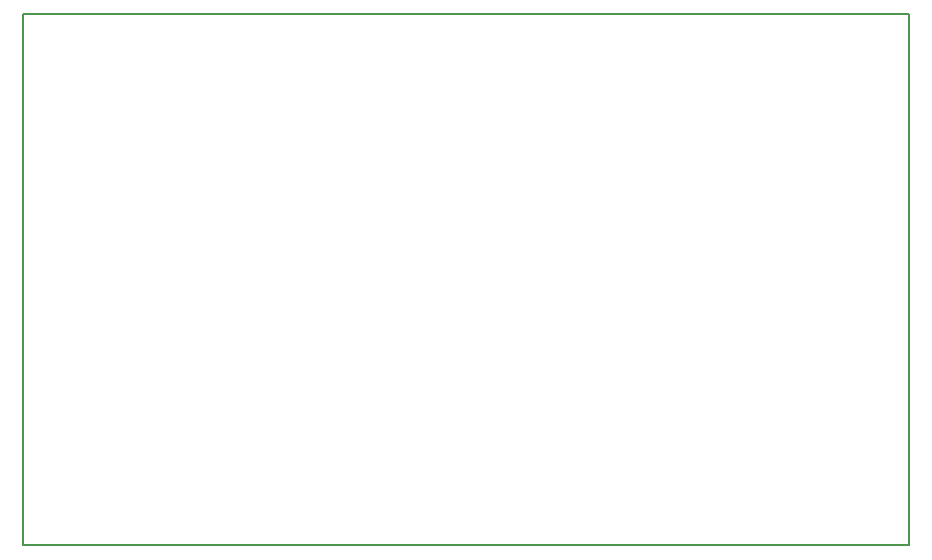
<source format=gm1>
G04 #@! TF.GenerationSoftware,KiCad,Pcbnew,9.0.0*
G04 #@! TF.CreationDate,2025-03-24T14:59:24-06:00*
G04 #@! TF.ProjectId,gc_2_n64,67635f32-5f6e-4363-942e-6b696361645f,rev?*
G04 #@! TF.SameCoordinates,Original*
G04 #@! TF.FileFunction,Profile,NP*
%FSLAX46Y46*%
G04 Gerber Fmt 4.6, Leading zero omitted, Abs format (unit mm)*
G04 Created by KiCad (PCBNEW 9.0.0) date 2025-03-24 14:59:24*
%MOMM*%
%LPD*%
G01*
G04 APERTURE LIST*
G04 #@! TA.AperFunction,Profile*
%ADD10C,0.200000*%
G04 #@! TD*
G04 APERTURE END LIST*
D10*
X65500000Y-121000000D02*
X140500000Y-121000000D01*
X140500000Y-166000000D01*
X65500000Y-166000000D01*
X65500000Y-121000000D01*
M02*

</source>
